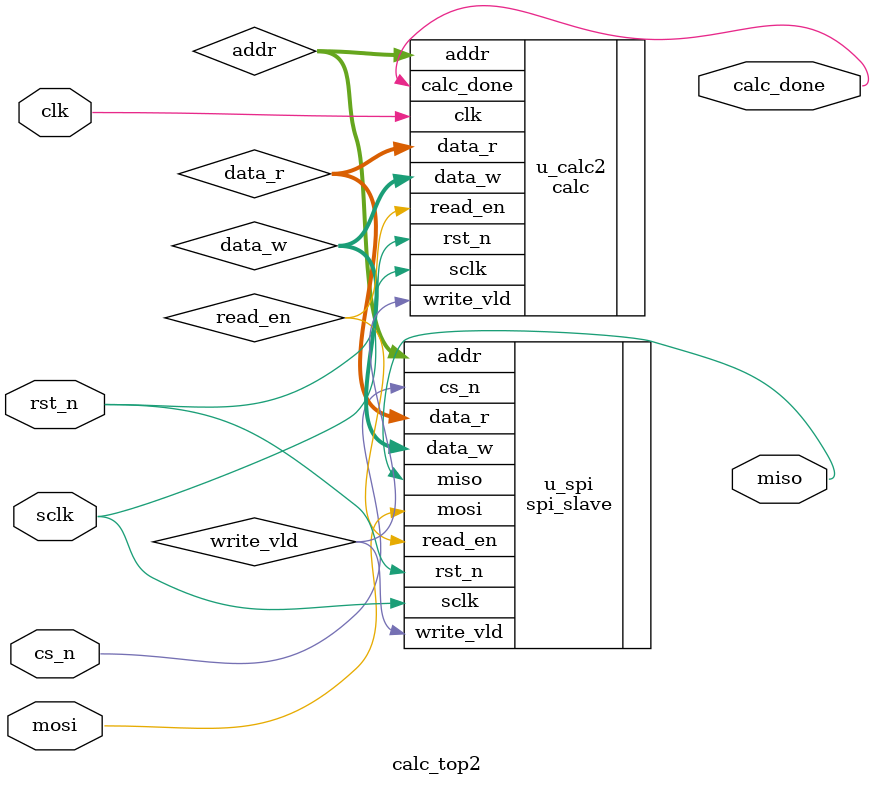
<source format=v>
module calc_top2(
	input          clk,
	input          rst_n,
	input          cs_n,
	input          sclk,
	input          mosi,
	output         miso,
	output		   calc_done
);


//wire define
wire 			write_vld;
wire			read_en;
wire	  [6:0]	addr;
wire  	  [7:0]	data_w;
wire	  [7:0]	data_r;
//SPI通信接口
spi_slave u_spi(
	.rst_n		(rst_n),
	.cs_n		(cs_n),
	.sclk		(sclk),
	.mosi		(mosi),
	.miso		(miso),
	.write_vld	(write_vld),
	.read_en	(read_en),
	.addr		(addr),
	.data_w		(data_w),
	.data_r		(data_r)
);
//CALC计算接口
calc u_calc2(
	.sclk		(sclk),
	.clk		(clk),
	.rst_n		(rst_n),
	.write_vld	(write_vld),
	.read_en	(read_en),
	.addr		(addr),
	.data_w		(data_w),
	.data_r		(data_r),
	.calc_done	(calc_done)
);

endmodule
</source>
